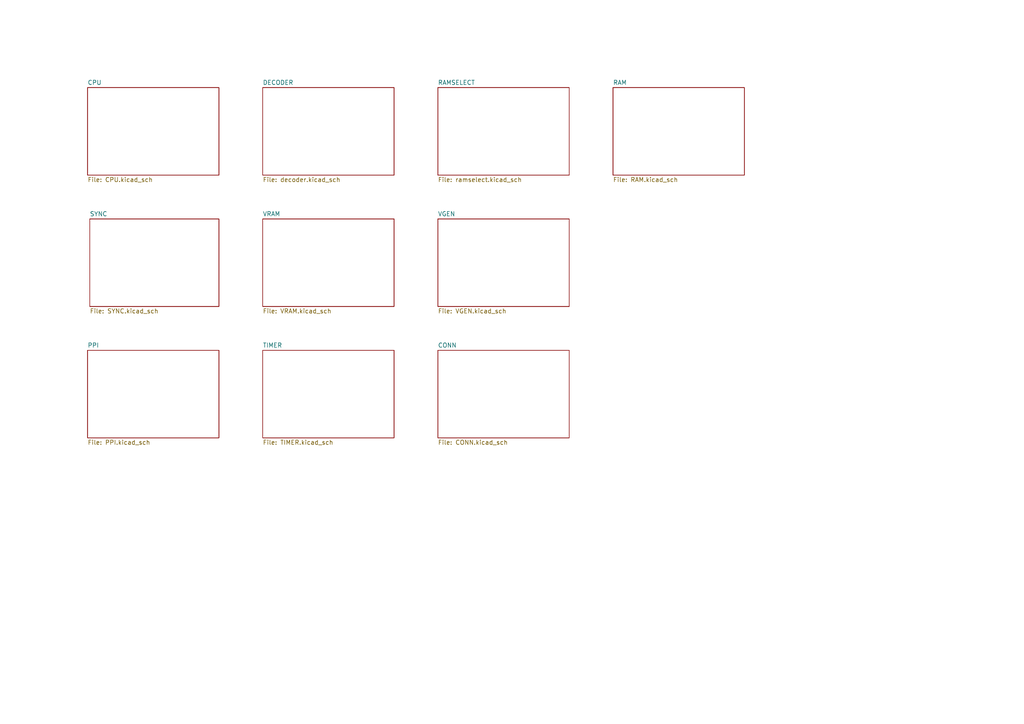
<source format=kicad_sch>
(kicad_sch (version 20230121) (generator eeschema)
  (paper "A4")
  (title_block (title "ROOT") (date "2023-08-07") (comment 1 "MZ-80K SERVICE MANUAL"))
  (lib_symbols)
  (sheet (at 76.2 63.5) (size 38.1 25.4) (stroke (width 0.1524))
    (property "Sheetname" "VRAM" (at 76.2 62.7884 0) (effects (justify left bottom)))
    (property "Sheetfile" "VRAM.kicad_sch" (at 76.2 89.4846 0) (effects (justify left top)))
  )
  (sheet (at 177.8 25.4) (size 38.1 25.4) (stroke (width 0.1524))
    (property "Sheetname" "RAM" (at 177.8 24.6884 0) (effects (justify left bottom)))
    (property "Sheetfile" "RAM.kicad_sch" (at 177.8 51.3846 0) (effects (justify left top)))
  )
  (sheet (at 127 63.5) (size 38.1 25.4) (stroke (width 0.1524))
    (property "Sheetname" "VGEN" (at 127 62.7884 0) (effects (justify left bottom)))
    (property "Sheetfile" "VGEN.kicad_sch" (at 127 89.4846 0) (effects (justify left top)))
  )
  (sheet (at 76.2 25.4) (size 38.1 25.4) (stroke (width 0.1524))
    (property "Sheetname" "DECODER" (at 76.2 24.6884 0) (effects (justify left bottom)))
    (property "Sheetfile" "decoder.kicad_sch" (at 76.2 51.3846 0) (effects (justify left top)))
  )
  (sheet (at 25.4 101.6) (size 38.1 25.4) (stroke (width 0.1524))
    (property "Sheetname" "PPI" (at 25.4 100.8884 0) (effects (justify left bottom)))
    (property "Sheetfile" "PPI.kicad_sch" (at 25.4 127.5846 0) (effects (justify left top)))
  )
  (sheet (at 26.035 63.5) (size 37.465 25.4) (stroke (width 0.1524))
    (property "Sheetname" "SYNC" (at 26.035 62.7884 0) (effects (justify left bottom)))
    (property "Sheetfile" "SYNC.kicad_sch" (at 26.035 89.4846 0) (effects (justify left top)))
  )
  (sheet (at 76.2 101.6) (size 38.1 25.4) (stroke (width 0.1524))
    (property "Sheetname" "TIMER" (at 76.2 100.8884 0) (effects (justify left bottom)))
    (property "Sheetfile" "TIMER.kicad_sch" (at 76.2 127.5846 0) (effects (justify left top)))
  )
  (sheet (at 127 25.4) (size 38.1 25.4) (stroke (width 0.1524))
    (property "Sheetname" "RAMSELECT" (at 127 24.6884 0) (effects (justify left bottom)))
    (property "Sheetfile" "ramselect.kicad_sch" (at 127 51.3846 0) (effects (justify left top)))
  )
  (sheet (at 25.4 25.4) (size 38.1 25.4) (stroke (width 0.1524))
    (property "Sheetname" "CPU" (at 25.4 24.6884 0) (effects (justify left bottom)))
    (property "Sheetfile" "CPU.kicad_sch" (at 25.4 51.3846 0) (effects (justify left top)))
  )
  (sheet (at 127 101.6) (size 38.1 25.4) (stroke (width 0.1524))
    (property "Sheetname" "CONN" (at 127 100.8884 0) (effects (justify left bottom)))
    (property "Sheetfile" "CONN.kicad_sch" (at 127 127.5846 0) (effects (justify left top)))
  )
)
</source>
